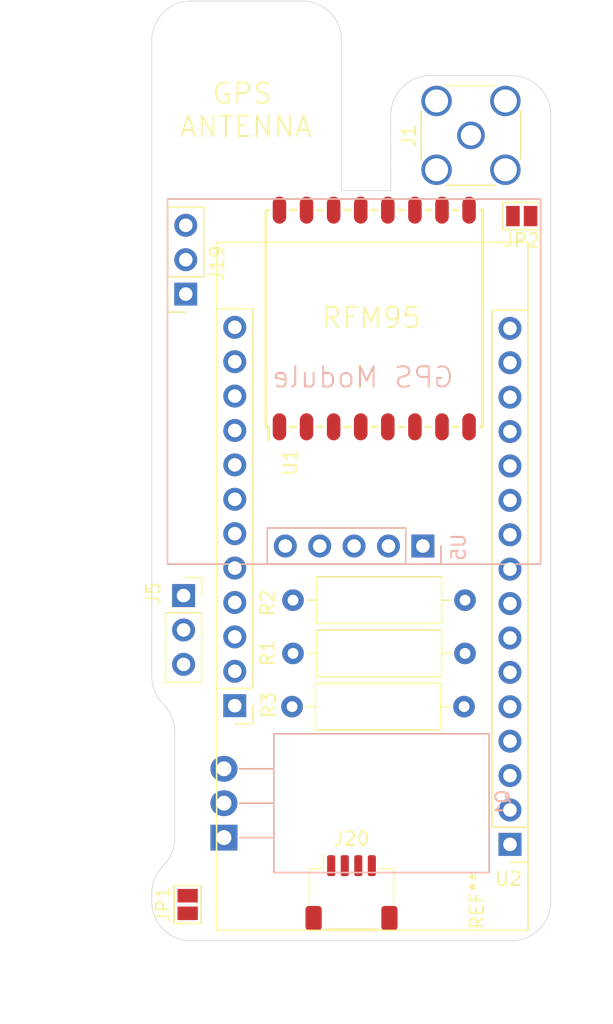
<source format=kicad_pcb>
(kicad_pcb (version 20171130) (host pcbnew 5.1.12-84ad8e8a86~92~ubuntu18.04.1)

  (general
    (thickness 1.6)
    (drawings 27)
    (tracks 0)
    (zones 0)
    (modules 13)
    (nets 20)
  )

  (page A4)
  (layers
    (0 F.Cu signal)
    (31 B.Cu signal)
    (32 B.Adhes user)
    (33 F.Adhes user)
    (34 B.Paste user)
    (35 F.Paste user)
    (36 B.SilkS user)
    (37 F.SilkS user)
    (38 B.Mask user)
    (39 F.Mask user)
    (40 Dwgs.User user)
    (41 Cmts.User user)
    (42 Eco1.User user)
    (43 Eco2.User user)
    (44 Edge.Cuts user)
    (45 Margin user)
    (46 B.CrtYd user)
    (47 F.CrtYd user)
    (48 B.Fab user)
    (49 F.Fab user)
  )

  (setup
    (last_trace_width 0.25)
    (user_trace_width 0.4)
    (user_trace_width 0.7)
    (trace_clearance 0.2)
    (zone_clearance 0.508)
    (zone_45_only no)
    (trace_min 0.2)
    (via_size 0.8)
    (via_drill 0.4)
    (via_min_size 0.4)
    (via_min_drill 0.3)
    (user_via 3 2)
    (uvia_size 0.3)
    (uvia_drill 0.1)
    (uvias_allowed no)
    (uvia_min_size 0.2)
    (uvia_min_drill 0.1)
    (edge_width 0.05)
    (segment_width 0.2)
    (pcb_text_width 0.3)
    (pcb_text_size 1.5 1.5)
    (mod_edge_width 0.12)
    (mod_text_size 1 1)
    (mod_text_width 0.15)
    (pad_size 5.4 5.4)
    (pad_drill 2.7)
    (pad_to_mask_clearance 0.05)
    (aux_axis_origin 0 0)
    (visible_elements FFFFF7FF)
    (pcbplotparams
      (layerselection 0x010fc_ffffffff)
      (usegerberextensions false)
      (usegerberattributes true)
      (usegerberadvancedattributes true)
      (creategerberjobfile true)
      (excludeedgelayer true)
      (linewidth 0.100000)
      (plotframeref false)
      (viasonmask false)
      (mode 1)
      (useauxorigin false)
      (hpglpennumber 1)
      (hpglpenspeed 20)
      (hpglpendiameter 15.000000)
      (psnegative false)
      (psa4output false)
      (plotreference true)
      (plotvalue true)
      (plotinvisibletext false)
      (padsonsilk false)
      (subtractmaskfromsilk false)
      (outputformat 1)
      (mirror false)
      (drillshape 0)
      (scaleselection 1)
      (outputdirectory "gerber/"))
  )

  (net 0 "")
  (net 1 GND)
  (net 2 +3V3)
  (net 3 SDA)
  (net 4 SCL)
  (net 5 D9)
  (net 6 A0)
  (net 7 A5)
  (net 8 POWER_1)
  (net 9 RX_D0)
  (net 10 TX_D1)
  (net 11 "Net-(J1-Pad1)")
  (net 12 EN)
  (net 13 SCK)
  (net 14 MOSI)
  (net 15 MISO)
  (net 16 D6)
  (net 17 D12)
  (net 18 D11)
  (net 19 "Net-(JP2-Pad1)")

  (net_class Default "This is the default net class."
    (clearance 0.2)
    (trace_width 0.25)
    (via_dia 0.8)
    (via_drill 0.4)
    (uvia_dia 0.3)
    (uvia_drill 0.1)
    (add_net +3V3)
    (add_net A0)
    (add_net A1)
    (add_net A2)
    (add_net A3)
    (add_net A4)
    (add_net A5)
    (add_net AREF)
    (add_net D10)
    (add_net D11)
    (add_net D12)
    (add_net D13)
    (add_net D5)
    (add_net D6)
    (add_net D9)
    (add_net DW)
    (add_net EN)
    (add_net GND)
    (add_net MISO)
    (add_net MOSI)
    (add_net "Net-(J1-Pad1)")
    (add_net "Net-(J19-Pad1)")
    (add_net "Net-(J5-Pad1)")
    (add_net "Net-(JP2-Pad1)")
    (add_net "Net-(U1-Pad11)")
    (add_net "Net-(U1-Pad12)")
    (add_net "Net-(U1-Pad16)")
    (add_net "Net-(U1-Pad7)")
    (add_net "Net-(U5-Pad1)")
    (add_net POWER_1)
    (add_net RX_D0)
    (add_net SCK)
    (add_net SCL)
    (add_net SDA)
    (add_net TX_D1)
    (add_net VBAT)
    (add_net VBUS)
    (add_net ~RESET)
  )

  (module Package_TO_SOT_THT:TO-220-3_Horizontal_TabDown (layer B.Cu) (tedit 5AC8BA0D) (tstamp 61DB5535)
    (at 26.94 149.81 90)
    (descr "TO-220-3, Horizontal, RM 2.54mm, see https://www.vishay.com/docs/66542/to-220-1.pdf")
    (tags "TO-220-3 Horizontal RM 2.54mm")
    (path /61C12A63)
    (fp_text reference Q1 (at 2.54 20.58 90) (layer B.SilkS)
      (effects (font (size 1 1) (thickness 0.15)) (justify mirror))
    )
    (fp_text value Q_NMOS_GDS (at 2.54 -2 90) (layer B.Fab)
      (effects (font (size 1 1) (thickness 0.15)) (justify mirror))
    )
    (fp_text user %R (at 2.54 20.58 90) (layer B.Fab)
      (effects (font (size 1 1) (thickness 0.15)) (justify mirror))
    )
    (fp_circle (center 2.54 16.66) (end 4.39 16.66) (layer B.Fab) (width 0.1))
    (fp_line (start -2.46 13.06) (end -2.46 19.46) (layer B.Fab) (width 0.1))
    (fp_line (start -2.46 19.46) (end 7.54 19.46) (layer B.Fab) (width 0.1))
    (fp_line (start 7.54 19.46) (end 7.54 13.06) (layer B.Fab) (width 0.1))
    (fp_line (start 7.54 13.06) (end -2.46 13.06) (layer B.Fab) (width 0.1))
    (fp_line (start -2.46 3.81) (end -2.46 13.06) (layer B.Fab) (width 0.1))
    (fp_line (start -2.46 13.06) (end 7.54 13.06) (layer B.Fab) (width 0.1))
    (fp_line (start 7.54 13.06) (end 7.54 3.81) (layer B.Fab) (width 0.1))
    (fp_line (start 7.54 3.81) (end -2.46 3.81) (layer B.Fab) (width 0.1))
    (fp_line (start 0 3.81) (end 0 0) (layer B.Fab) (width 0.1))
    (fp_line (start 2.54 3.81) (end 2.54 0) (layer B.Fab) (width 0.1))
    (fp_line (start 5.08 3.81) (end 5.08 0) (layer B.Fab) (width 0.1))
    (fp_line (start -2.58 3.69) (end 7.66 3.69) (layer B.SilkS) (width 0.12))
    (fp_line (start -2.58 19.58) (end 7.66 19.58) (layer B.SilkS) (width 0.12))
    (fp_line (start -2.58 19.58) (end -2.58 3.69) (layer B.SilkS) (width 0.12))
    (fp_line (start 7.66 19.58) (end 7.66 3.69) (layer B.SilkS) (width 0.12))
    (fp_line (start 0 3.69) (end 0 1.15) (layer B.SilkS) (width 0.12))
    (fp_line (start 2.54 3.69) (end 2.54 1.15) (layer B.SilkS) (width 0.12))
    (fp_line (start 5.08 3.69) (end 5.08 1.15) (layer B.SilkS) (width 0.12))
    (fp_line (start -2.71 19.71) (end -2.71 -1.25) (layer B.CrtYd) (width 0.05))
    (fp_line (start -2.71 -1.25) (end 7.79 -1.25) (layer B.CrtYd) (width 0.05))
    (fp_line (start 7.79 -1.25) (end 7.79 19.71) (layer B.CrtYd) (width 0.05))
    (fp_line (start 7.79 19.71) (end -2.71 19.71) (layer B.CrtYd) (width 0.05))
    (pad 3 thru_hole oval (at 5.08 0 90) (size 1.905 2) (drill 1.1) (layers *.Cu *.Mask)
      (net 1 GND))
    (pad 2 thru_hole oval (at 2.54 0 90) (size 1.905 2) (drill 1.1) (layers *.Cu *.Mask)
      (net 8 POWER_1))
    (pad 1 thru_hole rect (at 0 0 90) (size 1.905 2) (drill 1.1) (layers *.Cu *.Mask)
      (net 5 D9))
    (pad "" np_thru_hole oval (at 2.54 16.66 90) (size 3.5 3.5) (drill 3.5) (layers *.Cu *.Mask))
    (model ${KISYS3DMOD}/Package_TO_SOT_THT.3dshapes/TO-220-3_Horizontal_TabDown.wrl
      (at (xyz 0 0 0))
      (scale (xyz 1 1 1))
      (rotate (xyz 0 0 0))
    )
  )

  (module Resistor_THT:R_Axial_DIN0309_L9.0mm_D3.2mm_P12.70mm_Horizontal (layer F.Cu) (tedit 5AE5139B) (tstamp 61DB55A4)
    (at 31.97 140.14)
    (descr "Resistor, Axial_DIN0309 series, Axial, Horizontal, pin pitch=12.7mm, 0.5W = 1/2W, length*diameter=9*3.2mm^2, http://cdn-reichelt.de/documents/datenblatt/B400/1_4W%23YAG.pdf")
    (tags "Resistor Axial_DIN0309 series Axial Horizontal pin pitch 12.7mm 0.5W = 1/2W length 9mm diameter 3.2mm")
    (path /61C43F0B)
    (fp_text reference R3 (at -1.72 -0.13 270) (layer F.SilkS)
      (effects (font (size 1 1) (thickness 0.15)))
    )
    (fp_text value 10K (at 6.35 2.72) (layer F.Fab)
      (effects (font (size 1 1) (thickness 0.15)))
    )
    (fp_text user %R (at 6.35 0) (layer F.Fab)
      (effects (font (size 1 1) (thickness 0.15)))
    )
    (fp_line (start 1.85 -1.6) (end 1.85 1.6) (layer F.Fab) (width 0.1))
    (fp_line (start 1.85 1.6) (end 10.85 1.6) (layer F.Fab) (width 0.1))
    (fp_line (start 10.85 1.6) (end 10.85 -1.6) (layer F.Fab) (width 0.1))
    (fp_line (start 10.85 -1.6) (end 1.85 -1.6) (layer F.Fab) (width 0.1))
    (fp_line (start 0 0) (end 1.85 0) (layer F.Fab) (width 0.1))
    (fp_line (start 12.7 0) (end 10.85 0) (layer F.Fab) (width 0.1))
    (fp_line (start 1.73 -1.72) (end 1.73 1.72) (layer F.SilkS) (width 0.12))
    (fp_line (start 1.73 1.72) (end 10.97 1.72) (layer F.SilkS) (width 0.12))
    (fp_line (start 10.97 1.72) (end 10.97 -1.72) (layer F.SilkS) (width 0.12))
    (fp_line (start 10.97 -1.72) (end 1.73 -1.72) (layer F.SilkS) (width 0.12))
    (fp_line (start 1.04 0) (end 1.73 0) (layer F.SilkS) (width 0.12))
    (fp_line (start 11.66 0) (end 10.97 0) (layer F.SilkS) (width 0.12))
    (fp_line (start -1.05 -1.85) (end -1.05 1.85) (layer F.CrtYd) (width 0.05))
    (fp_line (start -1.05 1.85) (end 13.75 1.85) (layer F.CrtYd) (width 0.05))
    (fp_line (start 13.75 1.85) (end 13.75 -1.85) (layer F.CrtYd) (width 0.05))
    (fp_line (start 13.75 -1.85) (end -1.05 -1.85) (layer F.CrtYd) (width 0.05))
    (pad 2 thru_hole oval (at 12.7 0) (size 1.6 1.6) (drill 0.8) (layers *.Cu *.Mask)
      (net 1 GND))
    (pad 1 thru_hole circle (at 0 0) (size 1.6 1.6) (drill 0.8) (layers *.Cu *.Mask)
      (net 5 D9))
    (model ${KISYS3DMOD}/Resistor_THT.3dshapes/R_Axial_DIN0309_L9.0mm_D3.2mm_P12.70mm_Horizontal.wrl
      (at (xyz 0 0 0))
      (scale (xyz 1 1 1))
      (rotate (xyz 0 0 0))
    )
  )

  (module Jumper:SolderJumper-2_P1.3mm_Open_Pad1.0x1.5mm (layer F.Cu) (tedit 5A3EABFC) (tstamp 61DB54F0)
    (at 24.26 154.75 90)
    (descr "SMD Solder Jumper, 1x1.5mm Pads, 0.3mm gap, open")
    (tags "solder jumper open")
    (path /61EFFD06)
    (attr virtual)
    (fp_text reference JP1 (at 0 -1.8 90) (layer F.SilkS)
      (effects (font (size 1 1) (thickness 0.15)))
    )
    (fp_text value Jumper_NO_Small (at 0 1.9 90) (layer F.Fab)
      (effects (font (size 1 1) (thickness 0.15)))
    )
    (fp_line (start -1.4 1) (end -1.4 -1) (layer F.SilkS) (width 0.12))
    (fp_line (start 1.4 1) (end -1.4 1) (layer F.SilkS) (width 0.12))
    (fp_line (start 1.4 -1) (end 1.4 1) (layer F.SilkS) (width 0.12))
    (fp_line (start -1.4 -1) (end 1.4 -1) (layer F.SilkS) (width 0.12))
    (fp_line (start -1.65 -1.25) (end 1.65 -1.25) (layer F.CrtYd) (width 0.05))
    (fp_line (start -1.65 -1.25) (end -1.65 1.25) (layer F.CrtYd) (width 0.05))
    (fp_line (start 1.65 1.25) (end 1.65 -1.25) (layer F.CrtYd) (width 0.05))
    (fp_line (start 1.65 1.25) (end -1.65 1.25) (layer F.CrtYd) (width 0.05))
    (pad 1 smd rect (at -0.65 0 90) (size 1 1.5) (layers F.Cu F.Mask)
      (net 1 GND))
    (pad 2 smd rect (at 0.65 0 90) (size 1 1.5) (layers F.Cu F.Mask)
      (net 8 POWER_1))
  )

  (module footprints:RFM95 (layer F.Cu) (tedit 585E5D4C) (tstamp 61DA13D0)
    (at 31.04 119.48 90)
    (path /61D2BB57)
    (fp_text reference U1 (at -2.62 0.81 90) (layer F.SilkS)
      (effects (font (size 1 1) (thickness 0.15)))
    )
    (fp_text value RFM95HW (at 13.5 -1.8 90) (layer F.Fab)
      (effects (font (size 1 1) (thickness 0.15)))
    )
    (fp_line (start 0 -1) (end 16 -1) (layer F.SilkS) (width 0.2))
    (fp_line (start 0 10.8) (end 0 11.2) (layer F.SilkS) (width 0.2))
    (fp_line (start 0 8.8) (end 0 9.2) (layer F.SilkS) (width 0.2))
    (fp_line (start 0 6.8) (end 0 7.2) (layer F.SilkS) (width 0.2))
    (fp_line (start 0 4.8) (end 0 5.2) (layer F.SilkS) (width 0.2))
    (fp_line (start 0 3.2) (end 0 2.8) (layer F.SilkS) (width 0.2))
    (fp_line (start 0 1.2) (end 0 0.8) (layer F.SilkS) (width 0.2))
    (fp_line (start -1 -0.8) (end 0 -0.8) (layer F.SilkS) (width 0.2))
    (fp_line (start 0 -0.8) (end 0 -1) (layer F.SilkS) (width 0.2))
    (fp_line (start 0 12.8) (end 0 13.2) (layer F.SilkS) (width 0.2))
    (fp_line (start 16 -1) (end 16 -0.8) (layer F.SilkS) (width 0.2))
    (fp_line (start 16 0.8) (end 16 1.2) (layer F.SilkS) (width 0.2))
    (fp_line (start 16 2.8) (end 16 3.2) (layer F.SilkS) (width 0.2))
    (fp_line (start 16 4.8) (end 16 5.2) (layer F.SilkS) (width 0.2))
    (fp_line (start 16 6.8) (end 16 7.2) (layer F.SilkS) (width 0.2))
    (fp_line (start 16 8.8) (end 16 9.2) (layer F.SilkS) (width 0.2))
    (fp_line (start 16 10.8) (end 16 11.2) (layer F.SilkS) (width 0.2))
    (fp_line (start 16 12.8) (end 16 13.2) (layer F.SilkS) (width 0.2))
    (fp_line (start 16 14.8) (end 16 15) (layer F.SilkS) (width 0.2))
    (fp_line (start 16 15) (end 0 15) (layer F.SilkS) (width 0.2))
    (fp_line (start 0 15) (end 0 14.8) (layer F.SilkS) (width 0.2))
    (pad 1 smd oval (at 0 0 90) (size 2 1) (layers F.Cu F.Paste F.Mask)
      (net 1 GND))
    (pad 2 smd oval (at 0 2 90) (size 2 1) (layers F.Cu F.Paste F.Mask)
      (net 15 MISO))
    (pad 3 smd oval (at 0 4 90) (size 2 1) (layers F.Cu F.Paste F.Mask)
      (net 14 MOSI))
    (pad 4 smd oval (at 0 6 90) (size 2 1) (layers F.Cu F.Paste F.Mask)
      (net 13 SCK))
    (pad 5 smd oval (at 0 8 90) (size 2 1) (layers F.Cu F.Paste F.Mask)
      (net 18 D11))
    (pad 6 smd oval (at 0 10 90) (size 2 1) (layers F.Cu F.Paste F.Mask)
      (net 16 D6))
    (pad 7 smd oval (at 0 12 90) (size 2 1) (layers F.Cu F.Paste F.Mask))
    (pad 8 smd oval (at 0 14 90) (size 2 1) (layers F.Cu F.Paste F.Mask)
      (net 1 GND))
    (pad 9 smd oval (at 16 14 90) (size 2 1) (layers F.Cu F.Paste F.Mask)
      (net 11 "Net-(J1-Pad1)"))
    (pad 10 smd oval (at 16 12 90) (size 2 1) (layers F.Cu F.Paste F.Mask)
      (net 1 GND))
    (pad 11 smd oval (at 16 10 90) (size 2 1) (layers F.Cu F.Paste F.Mask))
    (pad 12 smd oval (at 16 8 90) (size 2 1) (layers F.Cu F.Paste F.Mask))
    (pad 13 smd oval (at 16 6 90) (size 2 1) (layers F.Cu F.Paste F.Mask)
      (net 2 +3V3))
    (pad 14 smd oval (at 16 4 90) (size 2 1) (layers F.Cu F.Paste F.Mask)
      (net 17 D12))
    (pad 15 smd oval (at 16 2 90) (size 2 1) (layers F.Cu F.Paste F.Mask)
      (net 19 "Net-(JP2-Pad1)"))
    (pad 16 smd oval (at 16 0 90) (size 2 1) (layers F.Cu F.Paste F.Mask))
  )

  (module Jumper:SolderJumper-2_P1.3mm_Open_Pad1.0x1.5mm (layer F.Cu) (tedit 5A3EABFC) (tstamp 61D9FB28)
    (at 48.93 103.92 180)
    (descr "SMD Solder Jumper, 1x1.5mm Pads, 0.3mm gap, open")
    (tags "solder jumper open")
    (path /61E9417E)
    (attr virtual)
    (fp_text reference JP2 (at 0 -1.8) (layer F.SilkS)
      (effects (font (size 1 1) (thickness 0.15)))
    )
    (fp_text value Jumper_NO_Small (at 0 1.9) (layer F.Fab)
      (effects (font (size 1 1) (thickness 0.15)))
    )
    (fp_line (start -1.4 1) (end -1.4 -1) (layer F.SilkS) (width 0.12))
    (fp_line (start 1.4 1) (end -1.4 1) (layer F.SilkS) (width 0.12))
    (fp_line (start 1.4 -1) (end 1.4 1) (layer F.SilkS) (width 0.12))
    (fp_line (start -1.4 -1) (end 1.4 -1) (layer F.SilkS) (width 0.12))
    (fp_line (start -1.65 -1.25) (end 1.65 -1.25) (layer F.CrtYd) (width 0.05))
    (fp_line (start -1.65 -1.25) (end -1.65 1.25) (layer F.CrtYd) (width 0.05))
    (fp_line (start 1.65 1.25) (end 1.65 -1.25) (layer F.CrtYd) (width 0.05))
    (fp_line (start 1.65 1.25) (end -1.65 1.25) (layer F.CrtYd) (width 0.05))
    (pad 1 smd rect (at -0.65 0 180) (size 1 1.5) (layers F.Cu F.Mask)
      (net 19 "Net-(JP2-Pad1)"))
    (pad 2 smd rect (at 0.65 0 180) (size 1 1.5) (layers F.Cu F.Mask)
      (net 6 A0))
  )

  (module Connector_JST:JST_SH_SM04B-SRSS-TB_1x04-1MP_P1.00mm_Horizontal (layer F.Cu) (tedit 5B78AD87) (tstamp 61D9FB0C)
    (at 36.36 153.88)
    (descr "JST SH series connector, SM04B-SRSS-TB (http://www.jst-mfg.com/product/pdf/eng/eSH.pdf), generated with kicad-footprint-generator")
    (tags "connector JST SH top entry")
    (path /61C7347D)
    (attr smd)
    (fp_text reference J20 (at 0 -3.98) (layer F.SilkS)
      (effects (font (size 1 1) (thickness 0.15)))
    )
    (fp_text value Conn_01x04_Female (at 0 3.98) (layer F.Fab)
      (effects (font (size 1 1) (thickness 0.15)))
    )
    (fp_line (start -1.5 -0.967893) (end -1 -1.675) (layer F.Fab) (width 0.1))
    (fp_line (start -2 -1.675) (end -1.5 -0.967893) (layer F.Fab) (width 0.1))
    (fp_line (start 3.9 -3.28) (end -3.9 -3.28) (layer F.CrtYd) (width 0.05))
    (fp_line (start 3.9 3.28) (end 3.9 -3.28) (layer F.CrtYd) (width 0.05))
    (fp_line (start -3.9 3.28) (end 3.9 3.28) (layer F.CrtYd) (width 0.05))
    (fp_line (start -3.9 -3.28) (end -3.9 3.28) (layer F.CrtYd) (width 0.05))
    (fp_line (start 3 -1.675) (end 3 2.575) (layer F.Fab) (width 0.1))
    (fp_line (start -3 -1.675) (end -3 2.575) (layer F.Fab) (width 0.1))
    (fp_line (start -3 2.575) (end 3 2.575) (layer F.Fab) (width 0.1))
    (fp_line (start -1.94 2.685) (end 1.94 2.685) (layer F.SilkS) (width 0.12))
    (fp_line (start 3.11 -1.785) (end 2.06 -1.785) (layer F.SilkS) (width 0.12))
    (fp_line (start 3.11 0.715) (end 3.11 -1.785) (layer F.SilkS) (width 0.12))
    (fp_line (start -2.06 -1.785) (end -2.06 -2.775) (layer F.SilkS) (width 0.12))
    (fp_line (start -3.11 -1.785) (end -2.06 -1.785) (layer F.SilkS) (width 0.12))
    (fp_line (start -3.11 0.715) (end -3.11 -1.785) (layer F.SilkS) (width 0.12))
    (fp_line (start -3 -1.675) (end 3 -1.675) (layer F.Fab) (width 0.1))
    (fp_text user %R (at 0 0) (layer F.Fab)
      (effects (font (size 1 1) (thickness 0.15)))
    )
    (pad 1 smd roundrect (at -1.5 -2) (size 0.6 1.55) (layers F.Cu F.Paste F.Mask) (roundrect_rratio 0.25)
      (net 1 GND))
    (pad 2 smd roundrect (at -0.5 -2) (size 0.6 1.55) (layers F.Cu F.Paste F.Mask) (roundrect_rratio 0.25)
      (net 2 +3V3))
    (pad 3 smd roundrect (at 0.5 -2) (size 0.6 1.55) (layers F.Cu F.Paste F.Mask) (roundrect_rratio 0.25)
      (net 3 SDA))
    (pad 4 smd roundrect (at 1.5 -2) (size 0.6 1.55) (layers F.Cu F.Paste F.Mask) (roundrect_rratio 0.25)
      (net 4 SCL))
    (pad MP smd roundrect (at -2.8 1.875) (size 1.2 1.8) (layers F.Cu F.Paste F.Mask) (roundrect_rratio 0.208333))
    (pad MP smd roundrect (at 2.8 1.875) (size 1.2 1.8) (layers F.Cu F.Paste F.Mask) (roundrect_rratio 0.208333))
    (model ${KISYS3DMOD}/Connector_JST.3dshapes/JST_SH_SM04B-SRSS-TB_1x04-1MP_P1.00mm_Horizontal.wrl
      (at (xyz 0 0 0))
      (scale (xyz 1 1 1))
      (rotate (xyz 0 0 0))
    )
  )

  (module footprints:feather (layer F.Cu) (tedit 61D26A72) (tstamp 61D407E0)
    (at 48.06 150.31 180)
    (descr "Through hole straight pin header, 1x16, 2.54mm pitch, single row")
    (tags "Through hole pin header THT 1x16 2.54mm single row")
    (path /61D308E3)
    (fp_text reference U2 (at 0.11308 -2.54572) (layer F.SilkS)
      (effects (font (size 1 1) (thickness 0.15)))
    )
    (fp_text value feather (at 0 40.43) (layer F.Fab)
      (effects (font (size 1 1) (thickness 0.15)))
    )
    (fp_text user REF** (at 2.44308 -4.14572 270) (layer F.SilkS)
      (effects (font (size 1 1) (thickness 0.15)))
    )
    (fp_text user %R (at 20.32 29.29 90) (layer F.Fab)
      (effects (font (size 1 1) (thickness 0.15)))
    )
    (fp_text user %R (at 0 19.05 90) (layer F.Fab)
      (effects (font (size 1 1) (thickness 0.15)))
    )
    (fp_line (start 1.8 -1.8) (end -1.8 -1.8) (layer F.CrtYd) (width 0.05))
    (fp_line (start 1.8 39.9) (end 1.8 -1.8) (layer F.CrtYd) (width 0.05))
    (fp_line (start -1.8 39.9) (end 1.8 39.9) (layer F.CrtYd) (width 0.05))
    (fp_line (start -1.8 -1.8) (end -1.8 39.9) (layer F.CrtYd) (width 0.05))
    (fp_line (start -1.33 -1.33) (end 0 -1.33) (layer F.SilkS) (width 0.12))
    (fp_line (start -1.33 0) (end -1.33 -1.33) (layer F.SilkS) (width 0.12))
    (fp_line (start -1.33 1.27) (end 1.33 1.27) (layer F.SilkS) (width 0.12))
    (fp_line (start 1.33 1.27) (end 1.33 39.43) (layer F.SilkS) (width 0.12))
    (fp_line (start -1.33 39.43) (end 1.33 39.43) (layer F.SilkS) (width 0.12))
    (fp_line (start -1.27 -0.635) (end -0.635 -1.27) (layer F.Fab) (width 0.1))
    (fp_line (start -1.27 39.37) (end -1.27 -0.635) (layer F.Fab) (width 0.1))
    (fp_line (start 1.27 39.37) (end -1.27 39.37) (layer F.Fab) (width 0.1))
    (fp_line (start 1.27 -1.27) (end 1.27 39.37) (layer F.Fab) (width 0.1))
    (fp_line (start -0.635 -1.27) (end 1.27 -1.27) (layer F.Fab) (width 0.1))
    (fp_line (start 18.99 10.24) (end 18.99 8.91) (layer F.SilkS) (width 0.12))
    (fp_line (start 21.65 11.51) (end 21.65 39.56) (layer F.SilkS) (width 0.12))
    (fp_line (start 19.685 8.97) (end 21.59 8.97) (layer F.Fab) (width 0.1))
    (fp_line (start 19.05 9.605) (end 19.685 8.97) (layer F.Fab) (width 0.1))
    (fp_line (start 19.05 39.5) (end 19.05 9.605) (layer F.Fab) (width 0.1))
    (fp_line (start 18.99 11.51) (end 18.99 39.56) (layer F.SilkS) (width 0.12))
    (fp_line (start 18.99 11.51) (end 21.65 11.51) (layer F.SilkS) (width 0.12))
    (fp_line (start 18.52 39.94) (end 22.12 39.94) (layer F.CrtYd) (width 0.05))
    (fp_line (start 18.99 8.91) (end 20.32 8.91) (layer F.SilkS) (width 0.12))
    (fp_line (start 18.52 8.44) (end 18.52 39.94) (layer F.CrtYd) (width 0.05))
    (fp_line (start 22.12 8.44) (end 18.52 8.44) (layer F.CrtYd) (width 0.05))
    (fp_line (start 18.99 39.56) (end 21.65 39.56) (layer F.SilkS) (width 0.12))
    (fp_line (start 22.12 39.94) (end 22.12 8.44) (layer F.CrtYd) (width 0.05))
    (fp_line (start 21.6 39.55) (end 19.06 39.55) (layer F.Fab) (width 0.1))
    (fp_line (start 21.59 8.97) (end 21.59 39.55) (layer F.Fab) (width 0.1))
    (fp_line (start -1.33 44.45) (end -1.33 -6.35) (layer F.SilkS) (width 0.12))
    (fp_line (start 21.66 44.45) (end 21.66 -6.35) (layer F.SilkS) (width 0.12))
    (fp_line (start 21.66 -6.35) (end -1.33 -6.35) (layer F.SilkS) (width 0.12))
    (fp_line (start -1.33 44.45) (end 21.66 44.45) (layer F.SilkS) (width 0.12))
    (pad 3 thru_hole oval (at 20.32 15.32 180) (size 1.7 1.7) (drill 1) (layers *.Cu *.Mask))
    (pad 1 thru_hole rect (at 20.32 10.24 180) (size 1.7 1.7) (drill 1) (layers *.Cu *.Mask))
    (pad 8 thru_hole oval (at 20.32 28.02 180) (size 1.7 1.7) (drill 1) (layers *.Cu *.Mask)
      (net 5 D9))
    (pad 11 thru_hole oval (at 20.32 35.64 180) (size 1.7 1.7) (drill 1) (layers *.Cu *.Mask)
      (net 4 SCL))
    (pad 2 thru_hole oval (at 20.32 12.78 180) (size 1.7 1.7) (drill 1) (layers *.Cu *.Mask)
      (net 12 EN))
    (pad 6 thru_hole oval (at 20.32 22.94 180) (size 1.7 1.7) (drill 1) (layers *.Cu *.Mask)
      (net 18 D11))
    (pad 7 thru_hole oval (at 20.32 25.48 180) (size 1.7 1.7) (drill 1) (layers *.Cu *.Mask))
    (pad 12 thru_hole oval (at 20.32 38.18 180) (size 1.7 1.7) (drill 1) (layers *.Cu *.Mask)
      (net 3 SDA))
    (pad 9 thru_hole oval (at 20.32 30.56 180) (size 1.7 1.7) (drill 1) (layers *.Cu *.Mask)
      (net 16 D6))
    (pad 10 thru_hole oval (at 20.32 33.1 180) (size 1.7 1.7) (drill 1) (layers *.Cu *.Mask))
    (pad 4 thru_hole oval (at 20.32 17.86 180) (size 1.7 1.7) (drill 1) (layers *.Cu *.Mask))
    (pad 5 thru_hole oval (at 20.32 20.4 180) (size 1.7 1.7) (drill 1) (layers *.Cu *.Mask)
      (net 17 D12))
    (pad 13 thru_hole rect (at 0 0 180) (size 1.7 1.7) (drill 1) (layers *.Cu *.Mask))
    (pad 14 thru_hole oval (at 0 2.54 180) (size 1.7 1.7) (drill 1) (layers *.Cu *.Mask)
      (net 2 +3V3))
    (pad 15 thru_hole oval (at 0 5.08 180) (size 1.7 1.7) (drill 1) (layers *.Cu *.Mask))
    (pad 16 thru_hole oval (at 0 7.62 180) (size 1.7 1.7) (drill 1) (layers *.Cu *.Mask)
      (net 1 GND))
    (pad 17 thru_hole oval (at 0 10.16 180) (size 1.7 1.7) (drill 1) (layers *.Cu *.Mask)
      (net 6 A0))
    (pad 18 thru_hole oval (at 0 12.7 180) (size 1.7 1.7) (drill 1) (layers *.Cu *.Mask))
    (pad 19 thru_hole oval (at 0 15.24 180) (size 1.7 1.7) (drill 1) (layers *.Cu *.Mask))
    (pad 20 thru_hole oval (at 0 17.78 180) (size 1.7 1.7) (drill 1) (layers *.Cu *.Mask))
    (pad 21 thru_hole oval (at 0 20.32 180) (size 1.7 1.7) (drill 1) (layers *.Cu *.Mask))
    (pad 22 thru_hole oval (at 0 22.86 180) (size 1.7 1.7) (drill 1) (layers *.Cu *.Mask)
      (net 7 A5))
    (pad 23 thru_hole oval (at 0 25.4 180) (size 1.7 1.7) (drill 1) (layers *.Cu *.Mask)
      (net 13 SCK))
    (pad 24 thru_hole oval (at 0 27.94 180) (size 1.7 1.7) (drill 1) (layers *.Cu *.Mask)
      (net 14 MOSI))
    (pad 25 thru_hole oval (at 0 30.48 180) (size 1.7 1.7) (drill 1) (layers *.Cu *.Mask)
      (net 15 MISO))
    (pad 26 thru_hole oval (at 0 33.02 180) (size 1.7 1.7) (drill 1) (layers *.Cu *.Mask)
      (net 9 RX_D0))
    (pad 27 thru_hole oval (at 0 35.56 180) (size 1.7 1.7) (drill 1) (layers *.Cu *.Mask)
      (net 10 TX_D1))
    (pad 28 thru_hole oval (at 0 38.1 180) (size 1.7 1.7) (drill 1) (layers *.Cu *.Mask))
    (model ${KICAD6_3DMODEL_DIR}/Connector_PinHeader_2.54mm.3dshapes/PinHeader_1x16_P2.54mm_Vertical.wrl
      (at (xyz 0 0 0))
      (scale (xyz 1 1 1))
      (rotate (xyz 0 0 0))
    )
  )

  (module Connector_Coaxial:SMA_Amphenol_132134_Vertical (layer F.Cu) (tedit 5B2F4DB6) (tstamp 61D48EDB)
    (at 45.18 97.96)
    (descr https://www.amphenolrf.com/downloads/dl/file/id/2187/product/2843/132134_customer_drawing.pdf)
    (tags "SMA THT Female Jack Vertical ExtendedLegs")
    (path /61DED342)
    (fp_text reference J1 (at -4.57992 0.03056 90) (layer F.SilkS)
      (effects (font (size 1 1) (thickness 0.15)))
    )
    (fp_text value Conn_Coaxial (at 0 5) (layer F.Fab)
      (effects (font (size 1 1) (thickness 0.15)))
    )
    (fp_line (start -1.8 -3.68) (end 1.8 -3.68) (layer F.SilkS) (width 0.12))
    (fp_line (start -1.8 3.68) (end 1.8 3.68) (layer F.SilkS) (width 0.12))
    (fp_line (start 3.68 -1.8) (end 3.68 1.8) (layer F.SilkS) (width 0.12))
    (fp_line (start -3.68 -1.8) (end -3.68 1.8) (layer F.SilkS) (width 0.12))
    (fp_line (start 3.5 -3.5) (end 3.5 3.5) (layer F.Fab) (width 0.1))
    (fp_line (start -3.5 3.5) (end 3.5 3.5) (layer F.Fab) (width 0.1))
    (fp_line (start -3.5 -3.5) (end -3.5 3.5) (layer F.Fab) (width 0.1))
    (fp_line (start -3.5 -3.5) (end 3.5 -3.5) (layer F.Fab) (width 0.1))
    (fp_line (start -4.17 -4.17) (end 4.17 -4.17) (layer F.CrtYd) (width 0.05))
    (fp_line (start -4.17 -4.17) (end -4.17 4.17) (layer F.CrtYd) (width 0.05))
    (fp_line (start 4.17 4.17) (end 4.17 -4.17) (layer F.CrtYd) (width 0.05))
    (fp_line (start 4.17 4.17) (end -4.17 4.17) (layer F.CrtYd) (width 0.05))
    (fp_circle (center 0 0) (end 3.175 0) (layer F.Fab) (width 0.1))
    (fp_text user %R (at 0 0) (layer F.Fab)
      (effects (font (size 1 1) (thickness 0.15)))
    )
    (pad 2 thru_hole circle (at -2.54 2.54) (size 2.25 2.25) (drill 1.7) (layers *.Cu *.Mask)
      (net 1 GND))
    (pad 2 thru_hole circle (at -2.54 -2.54) (size 2.25 2.25) (drill 1.7) (layers *.Cu *.Mask)
      (net 1 GND))
    (pad 2 thru_hole circle (at 2.54 -2.54) (size 2.25 2.25) (drill 1.7) (layers *.Cu *.Mask)
      (net 1 GND))
    (pad 2 thru_hole circle (at 2.54 2.54) (size 2.25 2.25) (drill 1.7) (layers *.Cu *.Mask)
      (net 1 GND))
    (pad 1 thru_hole circle (at 0 0) (size 2.05 2.05) (drill 1.5) (layers *.Cu *.Mask)
      (net 11 "Net-(J1-Pad1)"))
    (model ${KISYS3DMOD}/Connector_Coaxial.3dshapes/SMA_Amphenol_132134_Vertical.wrl
      (at (xyz 0 0 0))
      (scale (xyz 1 1 1))
      (rotate (xyz 0 0 0))
    )
  )

  (module footprints:gps_neo6m_black (layer B.Cu) (tedit 61D368C0) (tstamp 61D75A79)
    (at 41.63 128.28 180)
    (descr "Through hole straight pin header, 1x05, 2.54mm pitch, single row")
    (tags "Through hole pin header THT 1x05 2.54mm single row")
    (path /61D7113B)
    (fp_text reference U5 (at -2.64 -0.09 270) (layer B.SilkS)
      (effects (font (size 1 1) (thickness 0.15)) (justify mirror))
    )
    (fp_text value neo-6m-black (at 5.11 11.09) (layer B.SilkS) hide
      (effects (font (size 1 1) (thickness 0.15)) (justify mirror))
    )
    (fp_text user %R (at 5.08 0 180) (layer B.Fab)
      (effects (font (size 1 1) (thickness 0.15)) (justify mirror))
    )
    (fp_line (start -1.27 -0.635) (end -1.27 1.27) (layer B.Fab) (width 0.1))
    (fp_line (start -1.27 1.27) (end 11.43 1.27) (layer B.Fab) (width 0.1))
    (fp_line (start 11.43 1.27) (end 11.43 -1.27) (layer B.Fab) (width 0.1))
    (fp_line (start 11.43 -1.27) (end -0.635 -1.27) (layer B.Fab) (width 0.1))
    (fp_line (start -0.635 -1.27) (end -1.27 -0.635) (layer B.Fab) (width 0.1))
    (fp_line (start 11.49 -1.33) (end 11.49 1.33) (layer B.SilkS) (width 0.12))
    (fp_line (start 1.27 -1.33) (end 11.49 -1.33) (layer B.SilkS) (width 0.12))
    (fp_line (start 1.27 1.33) (end 11.49 1.33) (layer B.SilkS) (width 0.12))
    (fp_line (start 1.27 -1.33) (end 1.27 1.33) (layer B.SilkS) (width 0.12))
    (fp_line (start 0 -1.33) (end -1.33 -1.33) (layer B.SilkS) (width 0.12))
    (fp_line (start -1.33 -1.33) (end -1.33 0) (layer B.SilkS) (width 0.12))
    (fp_line (start -1.8 -1.8) (end 11.95 -1.8) (layer B.CrtYd) (width 0.05))
    (fp_line (start 11.95 -1.8) (end 11.95 1.8) (layer B.CrtYd) (width 0.05))
    (fp_line (start 11.95 1.8) (end -1.8 1.8) (layer B.CrtYd) (width 0.05))
    (fp_line (start -1.8 1.8) (end -1.8 -1.8) (layer B.CrtYd) (width 0.05))
    (fp_line (start -8.69 -1.34) (end -8.69 25.62) (layer B.SilkS) (width 0.12))
    (fp_line (start 18.86 -1.34) (end 18.86 25.62) (layer B.SilkS) (width 0.12))
    (fp_line (start -8.69 25.62) (end 18.86 25.62) (layer B.SilkS) (width 0.12))
    (fp_line (start -8.69 -1.34) (end 18.86 -1.34) (layer B.SilkS) (width 0.12))
    (pad 1 thru_hole rect (at 0 0 90) (size 1.7 1.7) (drill 1) (layers *.Cu *.Mask))
    (pad 2 thru_hole oval (at 2.54 0 90) (size 1.7 1.7) (drill 1) (layers *.Cu *.Mask)
      (net 9 RX_D0))
    (pad 3 thru_hole oval (at 5.08 0 90) (size 1.7 1.7) (drill 1) (layers *.Cu *.Mask)
      (net 10 TX_D1))
    (pad 4 thru_hole oval (at 7.62 0 90) (size 1.7 1.7) (drill 1) (layers *.Cu *.Mask)
      (net 8 POWER_1))
    (pad 5 thru_hole oval (at 10.16 0 90) (size 1.7 1.7) (drill 1) (layers *.Cu *.Mask)
      (net 2 +3V3))
    (model ${KICAD6_3DMODEL_DIR}/Connector_PinHeader_2.54mm.3dshapes/PinHeader_1x05_P2.54mm_Vertical.wrl
      (at (xyz 0 0 0))
      (scale (xyz 1 1 1))
      (rotate (xyz 0 0 0))
    )
  )

  (module Resistor_THT:R_Axial_DIN0309_L9.0mm_D3.2mm_P12.70mm_Horizontal (layer F.Cu) (tedit 5AE5139B) (tstamp 61CE27BB)
    (at 32.04 132.28)
    (descr "Resistor, Axial_DIN0309 series, Axial, Horizontal, pin pitch=12.7mm, 0.5W = 1/2W, length*diameter=9*3.2mm^2, http://cdn-reichelt.de/documents/datenblatt/B400/1_4W%23YAG.pdf")
    (tags "Resistor Axial_DIN0309 series Axial Horizontal pin pitch 12.7mm 0.5W = 1/2W length 9mm diameter 3.2mm")
    (path /5F98BC9A)
    (fp_text reference R2 (at -1.88192 0.207928 -90) (layer F.SilkS)
      (effects (font (size 1 1) (thickness 0.15)))
    )
    (fp_text value 4.7K (at 6.35 2.72) (layer F.Fab)
      (effects (font (size 1 1) (thickness 0.15)))
    )
    (fp_line (start 1.85 -1.6) (end 1.85 1.6) (layer F.Fab) (width 0.1))
    (fp_line (start 1.85 1.6) (end 10.85 1.6) (layer F.Fab) (width 0.1))
    (fp_line (start 10.85 1.6) (end 10.85 -1.6) (layer F.Fab) (width 0.1))
    (fp_line (start 10.85 -1.6) (end 1.85 -1.6) (layer F.Fab) (width 0.1))
    (fp_line (start 0 0) (end 1.85 0) (layer F.Fab) (width 0.1))
    (fp_line (start 12.7 0) (end 10.85 0) (layer F.Fab) (width 0.1))
    (fp_line (start 1.73 -1.72) (end 1.73 1.72) (layer F.SilkS) (width 0.12))
    (fp_line (start 1.73 1.72) (end 10.97 1.72) (layer F.SilkS) (width 0.12))
    (fp_line (start 10.97 1.72) (end 10.97 -1.72) (layer F.SilkS) (width 0.12))
    (fp_line (start 10.97 -1.72) (end 1.73 -1.72) (layer F.SilkS) (width 0.12))
    (fp_line (start 1.04 0) (end 1.73 0) (layer F.SilkS) (width 0.12))
    (fp_line (start 11.66 0) (end 10.97 0) (layer F.SilkS) (width 0.12))
    (fp_line (start -1.05 -1.85) (end -1.05 1.85) (layer F.CrtYd) (width 0.05))
    (fp_line (start -1.05 1.85) (end 13.75 1.85) (layer F.CrtYd) (width 0.05))
    (fp_line (start 13.75 1.85) (end 13.75 -1.85) (layer F.CrtYd) (width 0.05))
    (fp_line (start 13.75 -1.85) (end -1.05 -1.85) (layer F.CrtYd) (width 0.05))
    (fp_text user %R (at 6.35 0) (layer F.Fab)
      (effects (font (size 1 1) (thickness 0.15)))
    )
    (pad 2 thru_hole oval (at 12.7 0) (size 1.6 1.6) (drill 0.8) (layers *.Cu *.Mask)
      (net 4 SCL))
    (pad 1 thru_hole circle (at 0 0) (size 1.6 1.6) (drill 0.8) (layers *.Cu *.Mask)
      (net 2 +3V3))
    (model ${KISYS3DMOD}/Resistor_THT.3dshapes/R_Axial_DIN0309_L9.0mm_D3.2mm_P12.70mm_Horizontal.wrl
      (at (xyz 0 0 0))
      (scale (xyz 1 1 1))
      (rotate (xyz 0 0 0))
    )
  )

  (module Resistor_THT:R_Axial_DIN0309_L9.0mm_D3.2mm_P12.70mm_Horizontal (layer F.Cu) (tedit 5AE5139B) (tstamp 61CE27A4)
    (at 32.04 136.21)
    (descr "Resistor, Axial_DIN0309 series, Axial, Horizontal, pin pitch=12.7mm, 0.5W = 1/2W, length*diameter=9*3.2mm^2, http://cdn-reichelt.de/documents/datenblatt/B400/1_4W%23YAG.pdf")
    (tags "Resistor Axial_DIN0309 series Axial Horizontal pin pitch 12.7mm 0.5W = 1/2W length 9mm diameter 3.2mm")
    (path /5F989DB1)
    (fp_text reference R1 (at -1.88192 -0.03954 -90) (layer F.SilkS)
      (effects (font (size 1 1) (thickness 0.15)))
    )
    (fp_text value 4.7K (at 6.35 2.72) (layer F.Fab)
      (effects (font (size 1 1) (thickness 0.15)))
    )
    (fp_line (start 1.85 -1.6) (end 1.85 1.6) (layer F.Fab) (width 0.1))
    (fp_line (start 1.85 1.6) (end 10.85 1.6) (layer F.Fab) (width 0.1))
    (fp_line (start 10.85 1.6) (end 10.85 -1.6) (layer F.Fab) (width 0.1))
    (fp_line (start 10.85 -1.6) (end 1.85 -1.6) (layer F.Fab) (width 0.1))
    (fp_line (start 0 0) (end 1.85 0) (layer F.Fab) (width 0.1))
    (fp_line (start 12.7 0) (end 10.85 0) (layer F.Fab) (width 0.1))
    (fp_line (start 1.73 -1.72) (end 1.73 1.72) (layer F.SilkS) (width 0.12))
    (fp_line (start 1.73 1.72) (end 10.97 1.72) (layer F.SilkS) (width 0.12))
    (fp_line (start 10.97 1.72) (end 10.97 -1.72) (layer F.SilkS) (width 0.12))
    (fp_line (start 10.97 -1.72) (end 1.73 -1.72) (layer F.SilkS) (width 0.12))
    (fp_line (start 1.04 0) (end 1.73 0) (layer F.SilkS) (width 0.12))
    (fp_line (start 11.66 0) (end 10.97 0) (layer F.SilkS) (width 0.12))
    (fp_line (start -1.05 -1.85) (end -1.05 1.85) (layer F.CrtYd) (width 0.05))
    (fp_line (start -1.05 1.85) (end 13.75 1.85) (layer F.CrtYd) (width 0.05))
    (fp_line (start 13.75 1.85) (end 13.75 -1.85) (layer F.CrtYd) (width 0.05))
    (fp_line (start 13.75 -1.85) (end -1.05 -1.85) (layer F.CrtYd) (width 0.05))
    (fp_text user %R (at 6.35 0) (layer F.Fab)
      (effects (font (size 1 1) (thickness 0.15)))
    )
    (pad 2 thru_hole oval (at 12.7 0) (size 1.6 1.6) (drill 0.8) (layers *.Cu *.Mask)
      (net 3 SDA))
    (pad 1 thru_hole circle (at 0 0) (size 1.6 1.6) (drill 0.8) (layers *.Cu *.Mask)
      (net 2 +3V3))
    (model ${KISYS3DMOD}/Resistor_THT.3dshapes/R_Axial_DIN0309_L9.0mm_D3.2mm_P12.70mm_Horizontal.wrl
      (at (xyz 0 0 0))
      (scale (xyz 1 1 1))
      (rotate (xyz 0 0 0))
    )
  )

  (module Connector_PinSocket_2.54mm:PinSocket_1x03_P2.54mm_Vertical (layer F.Cu) (tedit 5A19A429) (tstamp 61D64679)
    (at 24.12 109.68 180)
    (descr "Through hole straight socket strip, 1x03, 2.54mm pitch, single row (from Kicad 4.0.7), script generated")
    (tags "Through hole socket strip THT 1x03 2.54mm single row")
    (path /61938716)
    (fp_text reference J19 (at -2.31144 2.26822 270) (layer F.SilkS)
      (effects (font (size 1 1) (thickness 0.15)))
    )
    (fp_text value Conn_01x03_Female (at 0 7.85) (layer F.Fab)
      (effects (font (size 1 1) (thickness 0.15)))
    )
    (fp_text user %R (at 0 2.54 90) (layer F.Fab)
      (effects (font (size 1 1) (thickness 0.15)))
    )
    (fp_line (start -1.27 -1.27) (end 0.635 -1.27) (layer F.Fab) (width 0.1))
    (fp_line (start 0.635 -1.27) (end 1.27 -0.635) (layer F.Fab) (width 0.1))
    (fp_line (start 1.27 -0.635) (end 1.27 6.35) (layer F.Fab) (width 0.1))
    (fp_line (start 1.27 6.35) (end -1.27 6.35) (layer F.Fab) (width 0.1))
    (fp_line (start -1.27 6.35) (end -1.27 -1.27) (layer F.Fab) (width 0.1))
    (fp_line (start -1.33 1.27) (end 1.33 1.27) (layer F.SilkS) (width 0.12))
    (fp_line (start -1.33 1.27) (end -1.33 6.41) (layer F.SilkS) (width 0.12))
    (fp_line (start -1.33 6.41) (end 1.33 6.41) (layer F.SilkS) (width 0.12))
    (fp_line (start 1.33 1.27) (end 1.33 6.41) (layer F.SilkS) (width 0.12))
    (fp_line (start 1.33 -1.33) (end 1.33 0) (layer F.SilkS) (width 0.12))
    (fp_line (start 0 -1.33) (end 1.33 -1.33) (layer F.SilkS) (width 0.12))
    (fp_line (start -1.8 -1.8) (end 1.75 -1.8) (layer F.CrtYd) (width 0.05))
    (fp_line (start 1.75 -1.8) (end 1.75 6.85) (layer F.CrtYd) (width 0.05))
    (fp_line (start 1.75 6.85) (end -1.8 6.85) (layer F.CrtYd) (width 0.05))
    (fp_line (start -1.8 6.85) (end -1.8 -1.8) (layer F.CrtYd) (width 0.05))
    (pad 3 thru_hole oval (at 0 5.08 180) (size 1.7 1.7) (drill 1) (layers *.Cu *.Mask)
      (net 7 A5))
    (pad 2 thru_hole oval (at 0 2.54 180) (size 1.7 1.7) (drill 1) (layers *.Cu *.Mask)
      (net 1 GND))
    (pad 1 thru_hole rect (at 0 0 180) (size 1.7 1.7) (drill 1) (layers *.Cu *.Mask))
    (model ${KISYS3DMOD}/Connector_PinSocket_2.54mm.3dshapes/PinSocket_1x03_P2.54mm_Vertical.wrl
      (at (xyz 0 0 0))
      (scale (xyz 1 1 1))
      (rotate (xyz 0 0 0))
    )
  )

  (module Connector_PinSocket_2.54mm:PinSocket_1x03_P2.54mm_Vertical (layer F.Cu) (tedit 5A19A429) (tstamp 61DB91E5)
    (at 23.96 131.94)
    (descr "Through hole straight socket strip, 1x03, 2.54mm pitch, single row (from Kicad 4.0.7), script generated")
    (tags "Through hole socket strip THT 1x03 2.54mm single row")
    (path /614DA351)
    (fp_text reference J5 (at -2.2323 -0.13262 90) (layer F.SilkS)
      (effects (font (size 1 1) (thickness 0.15)))
    )
    (fp_text value Conn_01x03_Female (at 0 7.85) (layer F.Fab)
      (effects (font (size 1 1) (thickness 0.15)))
    )
    (fp_text user %R (at 0 2.54 90) (layer F.Fab)
      (effects (font (size 1 1) (thickness 0.15)))
    )
    (fp_line (start -1.27 -1.27) (end 0.635 -1.27) (layer F.Fab) (width 0.1))
    (fp_line (start 0.635 -1.27) (end 1.27 -0.635) (layer F.Fab) (width 0.1))
    (fp_line (start 1.27 -0.635) (end 1.27 6.35) (layer F.Fab) (width 0.1))
    (fp_line (start 1.27 6.35) (end -1.27 6.35) (layer F.Fab) (width 0.1))
    (fp_line (start -1.27 6.35) (end -1.27 -1.27) (layer F.Fab) (width 0.1))
    (fp_line (start -1.33 1.27) (end 1.33 1.27) (layer F.SilkS) (width 0.12))
    (fp_line (start -1.33 1.27) (end -1.33 6.41) (layer F.SilkS) (width 0.12))
    (fp_line (start -1.33 6.41) (end 1.33 6.41) (layer F.SilkS) (width 0.12))
    (fp_line (start 1.33 1.27) (end 1.33 6.41) (layer F.SilkS) (width 0.12))
    (fp_line (start 1.33 -1.33) (end 1.33 0) (layer F.SilkS) (width 0.12))
    (fp_line (start 0 -1.33) (end 1.33 -1.33) (layer F.SilkS) (width 0.12))
    (fp_line (start -1.8 -1.8) (end 1.75 -1.8) (layer F.CrtYd) (width 0.05))
    (fp_line (start 1.75 -1.8) (end 1.75 6.85) (layer F.CrtYd) (width 0.05))
    (fp_line (start 1.75 6.85) (end -1.8 6.85) (layer F.CrtYd) (width 0.05))
    (fp_line (start -1.8 6.85) (end -1.8 -1.8) (layer F.CrtYd) (width 0.05))
    (pad 3 thru_hole oval (at 0 5.08) (size 1.7 1.7) (drill 1) (layers *.Cu *.Mask)
      (net 1 GND))
    (pad 2 thru_hole oval (at 0 2.54) (size 1.7 1.7) (drill 1) (layers *.Cu *.Mask)
      (net 12 EN))
    (pad 1 thru_hole rect (at 0 0) (size 1.7 1.7) (drill 1) (layers *.Cu *.Mask))
    (model ${KISYS3DMOD}/Connector_PinSocket_2.54mm.3dshapes/PinSocket_1x03_P2.54mm_Vertical.wrl
      (at (xyz 0 0 0))
      (scale (xyz 1 1 1))
      (rotate (xyz 0 0 0))
    )
  )

  (gr_text "GPS Module" (at 37.2 115.82) (layer B.SilkS) (tstamp 61DBB5CB)
    (effects (font (size 1.5 1.5) (thickness 0.15)) (justify mirror))
  )
  (dimension 69.36 (width 0.15) (layer Dwgs.User)
    (gr_text "69.360 mm" (at 14.07 122.72 270) (layer Dwgs.User)
      (effects (font (size 1 1) (thickness 0.15)))
    )
    (feature1 (pts (xy 27.82 157.4) (xy 14.783579 157.4)))
    (feature2 (pts (xy 27.82 88.04) (xy 14.783579 88.04)))
    (crossbar (pts (xy 15.37 88.04) (xy 15.37 157.4)))
    (arrow1a (pts (xy 15.37 157.4) (xy 14.783579 156.273496)))
    (arrow1b (pts (xy 15.37 157.4) (xy 15.956421 156.273496)))
    (arrow2a (pts (xy 15.37 88.04) (xy 14.783579 89.166504)))
    (arrow2b (pts (xy 15.37 88.04) (xy 15.956421 89.166504)))
  )
  (dimension 29.48 (width 0.15) (layer Dwgs.User)
    (gr_text "29.480 mm" (at 36.32 164.24) (layer Dwgs.User)
      (effects (font (size 1 1) (thickness 0.15)))
    )
    (feature1 (pts (xy 51.06 154.25) (xy 51.06 163.526421)))
    (feature2 (pts (xy 21.58 154.25) (xy 21.58 163.526421)))
    (crossbar (pts (xy 21.58 162.94) (xy 51.06 162.94)))
    (arrow1a (pts (xy 51.06 162.94) (xy 49.933496 163.526421)))
    (arrow1b (pts (xy 51.06 162.94) (xy 49.933496 162.353579)))
    (arrow2a (pts (xy 21.58 162.94) (xy 22.706504 163.526421)))
    (arrow2b (pts (xy 21.58 162.94) (xy 22.706504 162.353579)))
  )
  (gr_line (start 21.611317 153.941855) (end 21.61 154.518624) (layer Edge.Cuts) (width 0.05) (tstamp 61DBAE7E))
  (gr_line (start 23.308683 149.832641) (end 23.308683 142.014607) (layer Edge.Cuts) (width 0.05) (tstamp 61DBAD56))
  (gr_arc (start 24.522693 153.941855) (end 21.611317 153.941855) (angle 44.88747988) (layer Edge.Cuts) (width 0.05) (tstamp 61DBAD40))
  (gr_arc (start 20.397307 149.832641) (end 23.308683 149.832641) (angle 44.88747988) (layer Edge.Cuts) (width 0.05) (tstamp 61DBAD3F))
  (gr_arc (start 20.397307 142.014607) (end 23.308683 142.014607) (angle -44.88747988) (layer Edge.Cuts) (width 0.05) (tstamp 61DBAD2D))
  (gr_arc (start 24.522693 137.905393) (end 21.611317 137.905393) (angle -44.88747988) (layer Edge.Cuts) (width 0.05) (tstamp 61DBAD29))
  (gr_text RFM95 (at 37.83 111.43) (layer F.SilkS) (tstamp 61DBAA05)
    (effects (font (size 1.5 1.5) (thickness 0.15)))
  )
  (gr_arc (start 42.17 96.461376) (end 42.17 93.55) (angle -90) (layer Edge.Cuts) (width 0.05) (tstamp 61DB9515))
  (gr_arc (start 48.158624 96.461376) (end 51.07 96.461376) (angle -90) (layer Edge.Cuts) (width 0.05) (tstamp 61DB9501))
  (gr_line (start 42.17 93.55) (end 48.158624 93.55) (layer Edge.Cuts) (width 0.05))
  (gr_line (start 39.26 102.035) (end 39.258624 96.461376) (layer Edge.Cuts) (width 0.05))
  (gr_line (start 35.631016 102.035) (end 39.26 102.035) (layer Edge.Cuts) (width 0.05))
  (gr_arc (start 24.521376 154.518624) (end 21.61 154.518624) (angle -90) (layer Edge.Cuts) (width 0.05) (tstamp 61DB6067))
  (gr_arc (start 48.158624 154.518624) (end 48.158624 157.43) (angle -90) (layer Edge.Cuts) (width 0.05) (tstamp 61DB6057))
  (gr_line (start 24.521376 157.43) (end 48.158624 157.43) (layer Edge.Cuts) (width 0.05))
  (gr_line (start 21.60968 102.035) (end 21.611317 137.905393) (layer Edge.Cuts) (width 0.05))
  (gr_line (start 51.07 96.461376) (end 51.07 154.518624) (layer Edge.Cuts) (width 0.05))
  (gr_text ANTENNA (at 28.555 97.315) (layer F.SilkS) (tstamp 61D70F67)
    (effects (font (size 1.5 1.5) (thickness 0.15)))
  )
  (gr_text GPS (at 28.295 94.865) (layer F.SilkS) (tstamp 61D70F64)
    (effects (font (size 1.5 1.5) (thickness 0.15)))
  )
  (gr_line (start 35.631016 102.035) (end 35.63048 90.950976) (layer Edge.Cuts) (width 0.05) (tstamp 61D6072A))
  (gr_arc (start 32.719104 90.950976) (end 35.63048 90.950976) (angle -90) (layer Edge.Cuts) (width 0.05) (tstamp 61D6071D))
  (gr_arc (start 24.52052 90.950976) (end 24.52052 88.0396) (angle -90) (layer Edge.Cuts) (width 0.05) (tstamp 61D60720))
  (gr_line (start 21.609144 90.950976) (end 21.60968 102.035) (layer Edge.Cuts) (width 0.05) (tstamp 61D6071A))
  (gr_line (start 24.52052 88.0396) (end 32.719104 88.0396) (layer Edge.Cuts) (width 0.05) (tstamp 61D60723))

)

</source>
